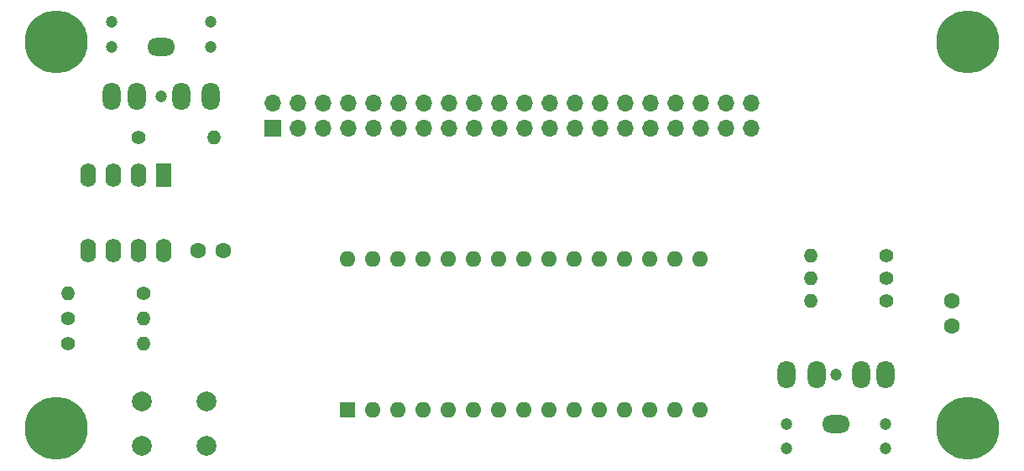
<source format=gts>
%TF.GenerationSoftware,KiCad,Pcbnew,(6.0.1)*%
%TF.CreationDate,2022-10-05T15:17:09-04:00*%
%TF.ProjectId,MOD-NANO-CPU,4d4f442d-4e41-44e4-9f2d-4350552e6b69,rev?*%
%TF.SameCoordinates,Original*%
%TF.FileFunction,Soldermask,Top*%
%TF.FilePolarity,Negative*%
%FSLAX46Y46*%
G04 Gerber Fmt 4.6, Leading zero omitted, Abs format (unit mm)*
G04 Created by KiCad (PCBNEW (6.0.1)) date 2022-10-05 15:17:09*
%MOMM*%
%LPD*%
G01*
G04 APERTURE LIST*
%ADD10C,1.600000*%
%ADD11R,1.600000X2.400000*%
%ADD12O,1.600000X2.400000*%
%ADD13O,1.400000X1.400000*%
%ADD14C,1.400000*%
%ADD15C,1.200000*%
%ADD16O,1.800000X2.800000*%
%ADD17O,2.800000X1.800000*%
%ADD18C,6.350000*%
%ADD19R,1.600000X1.600000*%
%ADD20O,1.600000X1.600000*%
%ADD21C,2.000000*%
%ADD22R,1.700000X1.700000*%
%ADD23O,1.700000X1.700000*%
G04 APERTURE END LIST*
D10*
%TO.C,C1*%
X108381800Y-65074800D03*
X110881800Y-65074800D03*
%TD*%
D11*
%TO.C,U2*%
X104891992Y-57414008D03*
D12*
X102351992Y-57414008D03*
X99811992Y-57414008D03*
X97271992Y-57414008D03*
X97271992Y-65034008D03*
X99811992Y-65034008D03*
X102351992Y-65034008D03*
X104891992Y-65034008D03*
%TD*%
D13*
%TO.C,R3*%
X102870000Y-71882000D03*
D14*
X95250000Y-71882000D03*
%TD*%
%TO.C,R2*%
X102870000Y-69342000D03*
D13*
X95250000Y-69342000D03*
%TD*%
D14*
%TO.C,R1*%
X102336600Y-53594000D03*
D13*
X109956600Y-53594000D03*
%TD*%
D15*
%TO.C,J3*%
X109648000Y-41950000D03*
X99648000Y-41950000D03*
X109648000Y-44450000D03*
X104648000Y-49450000D03*
X99648000Y-44450000D03*
D16*
X109648000Y-49450000D03*
X106648000Y-49450000D03*
D17*
X104648000Y-44450000D03*
D16*
X99648000Y-49450000D03*
X102148000Y-49450000D03*
%TD*%
D18*
%TO.C,MTG1*%
X94000000Y-83000000D03*
%TD*%
D13*
%TO.C,R4*%
X102870000Y-74422000D03*
D14*
X95250000Y-74422000D03*
%TD*%
D10*
%TO.C,C2*%
X184404000Y-70123990D03*
X184404000Y-72623990D03*
%TD*%
D14*
%TO.C,R6*%
X177800000Y-67818000D03*
D13*
X170180000Y-67818000D03*
%TD*%
D19*
%TO.C,U1*%
X123449994Y-81109998D03*
D20*
X125989994Y-81109998D03*
X128529994Y-81109998D03*
X131069994Y-81109998D03*
X133609994Y-81109998D03*
X136149994Y-81109998D03*
X138689994Y-81109998D03*
X141229994Y-81109998D03*
X143769994Y-81109998D03*
X146309994Y-81109998D03*
X148849994Y-81109998D03*
X151389994Y-81109998D03*
X153929994Y-81109998D03*
X156469994Y-81109998D03*
X159009994Y-81109998D03*
X159009994Y-65869998D03*
X156469994Y-65869998D03*
X153929994Y-65869998D03*
X151389994Y-65869998D03*
X148849994Y-65869998D03*
X146309994Y-65869998D03*
X143769994Y-65869998D03*
X141229994Y-65869998D03*
X138689994Y-65869998D03*
X136149994Y-65869998D03*
X133609994Y-65869998D03*
X131069994Y-65869998D03*
X128529994Y-65869998D03*
X125989994Y-65869998D03*
X123449994Y-65869998D03*
%TD*%
D21*
%TO.C,SW1*%
X102658012Y-80307993D03*
X109158012Y-80307993D03*
X102658012Y-84807993D03*
X109158012Y-84807993D03*
%TD*%
D18*
%TO.C,MTG3*%
X94000000Y-44000000D03*
%TD*%
D22*
%TO.C,J1*%
X115875000Y-52650000D03*
D23*
X115875000Y-50110000D03*
X118415000Y-52650000D03*
X118415000Y-50110000D03*
X120955000Y-52650000D03*
X120955000Y-50110000D03*
X123495000Y-52650000D03*
X123495000Y-50110000D03*
X126035000Y-52650000D03*
X126035000Y-50110000D03*
X128575000Y-52650000D03*
X128575000Y-50110000D03*
X131115000Y-52650000D03*
X131115000Y-50110000D03*
X133655000Y-52650000D03*
X133655000Y-50110000D03*
X136195000Y-52650000D03*
X136195000Y-50110000D03*
X138735000Y-52650000D03*
X138735000Y-50110000D03*
X141275000Y-52650000D03*
X141275000Y-50110000D03*
X143815000Y-52650000D03*
X143815000Y-50110000D03*
X146355000Y-52650000D03*
X146355000Y-50110000D03*
X148895000Y-52650000D03*
X148895000Y-50110000D03*
X151435000Y-52650000D03*
X151435000Y-50110000D03*
X153975000Y-52650000D03*
X153975000Y-50110000D03*
X156515000Y-52650000D03*
X156515000Y-50110000D03*
X159055000Y-52650000D03*
X159055000Y-50110000D03*
X161595000Y-52650000D03*
X161595000Y-50110000D03*
X164135000Y-52650000D03*
X164135000Y-50110000D03*
%TD*%
D15*
%TO.C,J2*%
X177720000Y-82550000D03*
X177720000Y-85050000D03*
X167720000Y-82550000D03*
X172720000Y-77550000D03*
X167720000Y-85050000D03*
D16*
X167720000Y-77550000D03*
X170720000Y-77550000D03*
D17*
X172720000Y-82550000D03*
D16*
X177720000Y-77550000D03*
X175220000Y-77550000D03*
%TD*%
D14*
%TO.C,R7*%
X177800000Y-70104000D03*
D13*
X170180000Y-70104000D03*
%TD*%
D18*
%TO.C,MTG2*%
X186000000Y-83000000D03*
%TD*%
%TO.C,MTG4*%
X186000000Y-44000000D03*
%TD*%
D14*
%TO.C,R5*%
X177800000Y-65532000D03*
D13*
X170180000Y-65532000D03*
%TD*%
M02*

</source>
